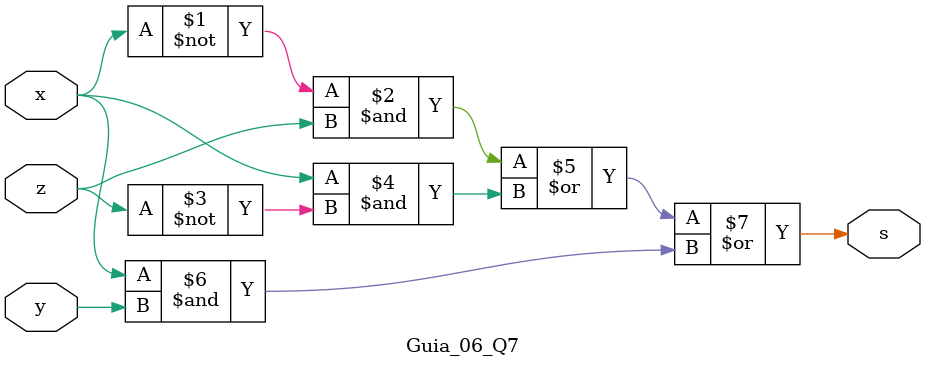
<source format=v>
/*
870863_Gabriel_Matos_Nogueira
Guia_06.v
*/

// simplificado: s(x,y,z) = x'.z + x.z' + x.y
module Guia_06_Q7 (output s, input x, y, z);
  assign s = (~x & z) | (x & ~z) | (x & y);
endmodule
</source>
